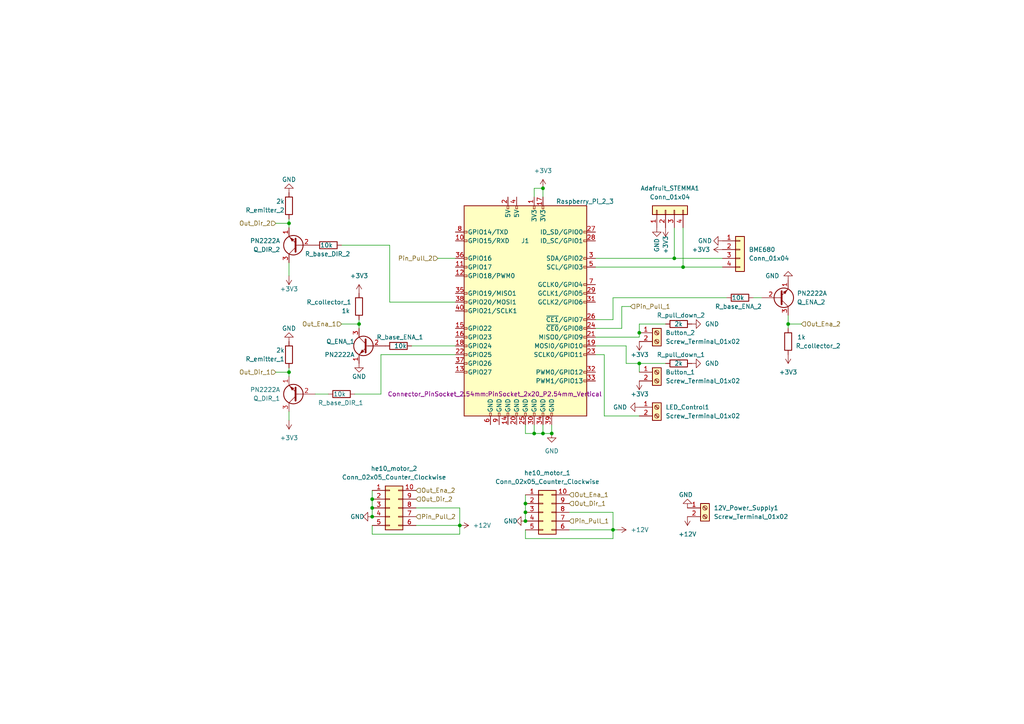
<source format=kicad_sch>
(kicad_sch (version 20211123) (generator eeschema)
  (paper "A4")
  (lib_symbols
    (symbol "Connector:Raspberry_Pi_2_3" (pin_names (offset 1.016))
      (property "Reference" "J" (at -17.78 31.75 0))
      (property "Value" "Raspberry_Pi_2_3" (at 10.16 -31.75 0))
      (symbol "Raspberry_Pi_2_3_0_1"
        (rectangle (start -17.78 30.48) (end 17.78 -30.48) (stroke (width 0.254)) (fill (type background)))
      )
      (symbol "Raspberry_Pi_2_3_1_1"
        (rectangle (start -16.891 -17.526) (end -17.78 -18.034))
        (rectangle (start -16.891 -14.986) (end -17.78 -15.494))
        (rectangle (start -16.891 -12.446) (end -17.78 -12.954))
        (rectangle (start -16.891 -9.906) (end -17.78 -10.414))
        (rectangle (start -16.891 -7.366) (end -17.78 -7.874))
        (rectangle (start -16.891 -4.826) (end -17.78 -5.334))
        (rectangle (start -16.891 0.254) (end -17.78 -0.254))
        (rectangle (start -16.891 2.794) (end -17.78 2.286))
        (rectangle (start -16.891 5.334) (end -17.78 4.826))
        (rectangle (start -16.891 10.414) (end -17.78 9.906))
        (rectangle (start -16.891 12.954) (end -17.78 12.446))
        (rectangle (start -16.891 15.494) (end -17.78 14.986))
        (rectangle (start -16.891 20.574) (end -17.78 20.066))
        (rectangle (start -16.891 23.114) (end -17.78 22.606))
        (rectangle (start -10.414 -29.591) (end -9.906 -30.48))
        (rectangle (start -7.874 -29.591) (end -7.366 -30.48))
        (rectangle (start -5.334 -29.591) (end -4.826 -30.48))
        (rectangle (start -5.334 30.48) (end -4.826 29.591))
        (rectangle (start -2.794 -29.591) (end -2.286 -30.48))
        (rectangle (start -2.794 30.48) (end -2.286 29.591))
        (rectangle (start -0.254 -29.591) (end 0.254 -30.48))
        (rectangle (start 2.286 -29.591) (end 2.794 -30.48))
        (rectangle (start 2.286 30.48) (end 2.794 29.591))
        (rectangle (start 4.826 -29.591) (end 5.334 -30.48))
        (rectangle (start 4.826 30.48) (end 5.334 29.591))
        (rectangle (start 7.366 -29.591) (end 7.874 -30.48))
        (rectangle (start 17.78 -20.066) (end 16.891 -20.574))
        (rectangle (start 17.78 -17.526) (end 16.891 -18.034))
        (rectangle (start 17.78 -12.446) (end 16.891 -12.954))
        (rectangle (start 17.78 -9.906) (end 16.891 -10.414))
        (rectangle (start 17.78 -7.366) (end 16.891 -7.874))
        (rectangle (start 17.78 -4.826) (end 16.891 -5.334))
        (rectangle (start 17.78 -2.286) (end 16.891 -2.794))
        (rectangle (start 17.78 2.794) (end 16.891 2.286))
        (rectangle (start 17.78 5.334) (end 16.891 4.826))
        (rectangle (start 17.78 7.874) (end 16.891 7.366))
        (rectangle (start 17.78 12.954) (end 16.891 12.446))
        (rectangle (start 17.78 15.494) (end 16.891 14.986))
        (rectangle (start 17.78 20.574) (end 16.891 20.066))
        (rectangle (start 17.78 23.114) (end 16.891 22.606))
        (pin power_in line (at 2.54 33.02 270) (length 2.54) (name "3V3") (number "1"))
        (pin bidirectional line (at -20.32 20.32 0) (length 2.54) (name "GPIO15/RXD") (number "10"))
        (pin bidirectional line (at -20.32 12.7 0) (length 2.54) (name "GPIO17") (number "11"))
        (pin bidirectional line (at -20.32 10.16 0) (length 2.54) (name "GPIO18/PWM0") (number "12"))
        (pin bidirectional line (at -20.32 -17.78 0) (length 2.54) (name "GPIO27") (number "13"))
        (pin power_in line (at -5.08 -33.02 90) (length 2.54) (name "GND") (number "14"))
        (pin bidirectional line (at -20.32 -5.08 0) (length 2.54) (name "GPIO22") (number "15"))
        (pin bidirectional line (at -20.32 -7.62 0) (length 2.54) (name "GPIO23") (number "16"))
        (pin power_in line (at 5.08 33.02 270) (length 2.54) (name "3V3") (number "17"))
        (pin bidirectional line (at -20.32 -10.16 0) (length 2.54) (name "GPIO24") (number "18"))
        (pin bidirectional line (at 20.32 -10.16 180) (length 2.54) (name "MOSI0/GPIO10") (number "19"))
        (pin power_in line (at -5.08 33.02 270) (length 2.54) (name "5V") (number "2"))
        (pin power_in line (at -2.54 -33.02 90) (length 2.54) (name "GND") (number "20"))
        (pin bidirectional line (at 20.32 -7.62 180) (length 2.54) (name "MISO0/GPIO9") (number "21"))
        (pin bidirectional line (at -20.32 -12.7 0) (length 2.54) (name "GPIO25") (number "22"))
        (pin bidirectional line (at 20.32 -12.7 180) (length 2.54) (name "SCLK0/GPIO11") (number "23"))
        (pin bidirectional line (at 20.32 -5.08 180) (length 2.54) (name "~{CE0}/GPIO8") (number "24"))
        (pin power_in line (at 0 -33.02 90) (length 2.54) (name "GND") (number "25"))
        (pin bidirectional line (at 20.32 -2.54 180) (length 2.54) (name "~{CE1}/GPIO7") (number "26"))
        (pin bidirectional line (at 20.32 22.86 180) (length 2.54) (name "ID_SD/GPIO0") (number "27"))
        (pin bidirectional line (at 20.32 20.32 180) (length 2.54) (name "ID_SC/GPIO1") (number "28"))
        (pin bidirectional line (at 20.32 5.08 180) (length 2.54) (name "GCLK1/GPIO5") (number "29"))
        (pin bidirectional line (at 20.32 15.24 180) (length 2.54) (name "SDA/GPIO2") (number "3"))
        (pin power_in line (at 2.54 -33.02 90) (length 2.54) (name "GND") (number "30"))
        (pin bidirectional line (at 20.32 2.54 180) (length 2.54) (name "GCLK2/GPIO6") (number "31"))
        (pin bidirectional line (at 20.32 -17.78 180) (length 2.54) (name "PWM0/GPIO12") (number "32"))
        (pin bidirectional line (at 20.32 -20.32 180) (length 2.54) (name "PWM1/GPIO13") (number "33"))
        (pin power_in line (at 5.08 -33.02 90) (length 2.54) (name "GND") (number "34"))
        (pin bidirectional line (at -20.32 5.08 0) (length 2.54) (name "GPIO19/MISO1") (number "35"))
        (pin bidirectional line (at -20.32 15.24 0) (length 2.54) (name "GPIO16") (number "36"))
        (pin bidirectional line (at -20.32 -15.24 0) (length 2.54) (name "GPIO26") (number "37"))
        (pin bidirectional line (at -20.32 2.54 0) (length 2.54) (name "GPIO20/MOSI1") (number "38"))
        (pin power_in line (at 7.62 -33.02 90) (length 2.54) (name "GND") (number "39"))
        (pin power_in line (at -2.54 33.02 270) (length 2.54) (name "5V") (number "4"))
        (pin bidirectional line (at -20.32 0 0) (length 2.54) (name "GPIO21/SCLK1") (number "40"))
        (pin bidirectional line (at 20.32 12.7 180) (length 2.54) (name "SCL/GPIO3") (number "5"))
        (pin power_in line (at -10.16 -33.02 90) (length 2.54) (name "GND") (number "6"))
        (pin bidirectional line (at 20.32 7.62 180) (length 2.54) (name "GCLK0/GPIO4") (number "7"))
        (pin bidirectional line (at -20.32 22.86 0) (length 2.54) (name "GPIO14/TXD") (number "8"))
        (pin power_in line (at -7.62 -33.02 90) (length 2.54) (name "GND") (number "9"))
      )
    )
    (symbol "Connector:Screw_Terminal_01x02" (pin_names (offset 1.016) hide)
      (property "Reference" "J" (at 0 2.54 0))
      (property "Value" "Screw_Terminal_01x02" (at 0 -5.08 0))
      (symbol "Screw_Terminal_01x02_1_1"
        (rectangle (start -1.27 1.27) (end 1.27 -3.81) (stroke (width 0.254)) (fill (type background)))
        (circle (center 0 -2.54) (radius 0.635) (stroke (width 0.1524)))
        (polyline (pts (xy -0.5334 -2.2098) (xy 0.3302 -3.048)) (stroke (width 0.1524)))
        (polyline (pts (xy -0.5334 0.3302) (xy 0.3302 -0.508)) (stroke (width 0.1524)))
        (polyline (pts (xy -0.3556 -2.032) (xy 0.508 -2.8702)) (stroke (width 0.1524)))
        (polyline (pts (xy -0.3556 0.508) (xy 0.508 -0.3302)) (stroke (width 0.1524)))
        (circle (center 0 0) (radius 0.635) (stroke (width 0.1524)))
        (pin passive line (at -5.08 0 0) (length 3.81) (name "Pin_1") (number "1"))
        (pin passive line (at -5.08 -2.54 0) (length 3.81) (name "Pin_2") (number "2"))
      )
    )
    (symbol "Connector_Generic:Conn_01x04" (pin_names (offset 1.016) hide)
      (property "Reference" "J" (at 0 5.08 0))
      (property "Value" "Conn_01x04" (at 0 -7.62 0))
      (symbol "Conn_01x04_1_1"
        (rectangle (start -1.27 -4.953) (end 0 -5.207) (stroke (width 0.1524)))
        (rectangle (start -1.27 -2.413) (end 0 -2.667) (stroke (width 0.1524)))
        (rectangle (start -1.27 0.127) (end 0 -0.127) (stroke (width 0.1524)))
        (rectangle (start -1.27 2.667) (end 0 2.413) (stroke (width 0.1524)))
        (rectangle (start -1.27 3.81) (end 1.27 -6.35) (stroke (width 0.254)) (fill (type background)))
        (pin passive line (at -5.08 2.54 0) (length 3.81) (name "Pin_1") (number "1"))
        (pin passive line (at -5.08 0 0) (length 3.81) (name "Pin_2") (number "2"))
        (pin passive line (at -5.08 -2.54 0) (length 3.81) (name "Pin_3") (number "3"))
        (pin passive line (at -5.08 -5.08 0) (length 3.81) (name "Pin_4") (number "4"))
      )
    )
    (symbol "Connector_Generic:Conn_02x05_Counter_Clockwise" (pin_names (offset 1.016) hide)
      (property "Reference" "J" (at 1.27 7.62 0))
      (property "Value" "Conn_02x05_Counter_Clockwise" (at 1.27 -7.62 0))
      (symbol "Conn_02x05_Counter_Clockwise_1_1"
        (rectangle (start -1.27 -4.953) (end 0 -5.207) (stroke (width 0.1524)))
        (rectangle (start -1.27 -2.413) (end 0 -2.667) (stroke (width 0.1524)))
        (rectangle (start -1.27 0.127) (end 0 -0.127) (stroke (width 0.1524)))
        (rectangle (start -1.27 2.667) (end 0 2.413) (stroke (width 0.1524)))
        (rectangle (start -1.27 5.207) (end 0 4.953) (stroke (width 0.1524)))
        (rectangle (start -1.27 6.35) (end 3.81 -6.35) (stroke (width 0.254)) (fill (type background)))
        (rectangle (start 3.81 -4.953) (end 2.54 -5.207) (stroke (width 0.1524)))
        (rectangle (start 3.81 -2.413) (end 2.54 -2.667) (stroke (width 0.1524)))
        (rectangle (start 3.81 0.127) (end 2.54 -0.127) (stroke (width 0.1524)))
        (rectangle (start 3.81 2.667) (end 2.54 2.413) (stroke (width 0.1524)))
        (rectangle (start 3.81 5.207) (end 2.54 4.953) (stroke (width 0.1524)))
        (pin passive line (at -5.08 5.08 0) (length 3.81) (name "Pin_1") (number "1"))
        (pin passive line (at 7.62 5.08 180) (length 3.81) (name "Pin_10") (number "10"))
        (pin passive line (at -5.08 2.54 0) (length 3.81) (name "Pin_2") (number "2"))
        (pin passive line (at -5.08 0 0) (length 3.81) (name "Pin_3") (number "3"))
        (pin passive line (at -5.08 -2.54 0) (length 3.81) (name "Pin_4") (number "4"))
        (pin passive line (at -5.08 -5.08 0) (length 3.81) (name "Pin_5") (number "5"))
        (pin passive line (at 7.62 -5.08 180) (length 3.81) (name "Pin_6") (number "6"))
        (pin passive line (at 7.62 -2.54 180) (length 3.81) (name "Pin_7") (number "7"))
        (pin passive line (at 7.62 0 180) (length 3.81) (name "Pin_8") (number "8"))
        (pin passive line (at 7.62 2.54 180) (length 3.81) (name "Pin_9") (number "9"))
      )
    )
    (symbol "Device:R" (pin_numbers hide) (pin_names (offset 0))
      (property "Reference" "R" (at 2.032 0 90))
      (property "Value" "R" (at 0 0 90))
      (symbol "R_0_1"
        (rectangle (start -1.016 -2.54) (end 1.016 2.54) (stroke (width 0.254)))
      )
      (symbol "R_1_1"
        (pin passive line (at 0 3.81 270) (length 1.27) (name "~") (number "1"))
        (pin passive line (at 0 -3.81 90) (length 1.27) (name "~") (number "2"))
      )
    )
    (symbol "Transistor_BJT:PN2222A" (pin_names (offset 0) hide)
      (property "Reference" "Q" (at 5.08 1.905 0))
      (property "Value" "PN2222A" (at 5.08 0 0))
      (symbol "PN2222A_0_1"
        (polyline (pts (xy 0 0) (xy 0.635 0)))
        (polyline (pts (xy 2.54 -2.54) (xy 0.635 -0.635)))
        (polyline (pts (xy 2.54 2.54) (xy 0.635 0.635)))
        (polyline (pts (xy 0.635 1.905) (xy 0.635 -1.905) (xy 0.635 -1.905)) (stroke (width 0.508)))
        (polyline (pts (xy 2.413 -2.413) (xy 1.905 -1.905) (xy 1.905 -1.905)))
        (polyline (pts (xy 1.143 -1.651) (xy 1.651 -1.143) (xy 2.159 -2.159) (xy 1.143 -1.651) (xy 1.143 -1.651)) (fill (type outline)))
        (circle (center 1.27 0) (radius 2.8194) (stroke (width 0.254)))
      )
      (symbol "PN2222A_1_1"
        (pin passive line (at 2.54 -5.08 90) (length 2.54) (name "E") (number "1"))
        (pin input line (at -5.08 0 0) (length 5.08) (name "B") (number "2"))
        (pin passive line (at 2.54 5.08 270) (length 2.54) (name "C") (number "3"))
      )
    )
    (symbol "power:+12V" (power) (pin_names (offset 0))
      (property "Value" "+12V" (at 0 3.556 0))
      (symbol "+12V_0_1"
        (polyline (pts (xy -0.762 1.27) (xy 0 2.54)))
        (polyline (pts (xy 0 0) (xy 0 2.54)))
        (polyline (pts (xy 0 2.54) (xy 0.762 1.27)))
      )
      (symbol "+12V_1_1"
        (pin power_in line (at 0 0 90) (length 0) hide (name "+12V") (number "1"))
      )
    )
    (symbol "power:+3.3V" (power) (pin_names (offset 0))
      (property "Value" "+3.3V" (at 0 3.556 0))
      (symbol "+3.3V_0_1"
        (polyline (pts (xy -0.762 1.27) (xy 0 2.54)))
        (polyline (pts (xy 0 0) (xy 0 2.54)))
        (polyline (pts (xy 0 2.54) (xy 0.762 1.27)))
      )
      (symbol "+3.3V_1_1"
        (pin power_in line (at 0 0 90) (length 0) hide (name "+3V3") (number "1"))
      )
    )
    (symbol "power:GND" (power) (pin_names (offset 0))
      (property "Value" "GND" (at 0 -3.81 0))
      (symbol "GND_0_1"
        (polyline (pts (xy 0 0) (xy 0 -1.27) (xy 1.27 -1.27) (xy 0 -2.54) (xy -1.27 -1.27) (xy 0 -1.27)))
      )
      (symbol "GND_1_1"
        (pin power_in line (at 0 0 270) (length 0) hide (name "GND") (number "1"))
      )
    )
  )
  (junction (at 152.4 151.13))
  (junction (at 157.48 54.61))
  (junction (at 104.14 93.98))
  (junction (at 133.35 152.4))
  (junction (at 83.82 64.77))
  (junction (at 157.48 125.73))
  (junction (at 107.95 149.86))
  (junction (at 152.4 148.59))
  (junction (at 195.58 74.93))
  (junction (at 228.6 93.98))
  (junction (at 83.82 107.95))
  (junction (at 185.42 105.41))
  (junction (at 177.8 153.67))
  (junction (at 152.4 146.05))
  (junction (at 160.02 125.73))
  (junction (at 107.95 147.32))
  (junction (at 107.95 144.78))
  (junction (at 198.12 77.47))
  (junction (at 185.42 96.52))
  (junction (at 154.94 125.73))
  (wire (pts (xy 175.26 102.87) (xy 175.26 120.65)))
  (wire (pts (xy 232.41 93.98) (xy 228.6 93.98)))
  (wire (pts (xy 198.12 77.47) (xy 209.55 77.47)))
  (wire (pts (xy 83.82 121.92) (xy 83.82 119.38)))
  (wire (pts (xy 172.72 95.25) (xy 180.34 95.25)))
  (wire (pts (xy 172.72 92.71) (xy 177.8 92.71)))
  (wire (pts (xy 99.06 71.12) (xy 113.03 71.12)))
  (wire (pts (xy 157.48 123.19) (xy 157.48 125.73)))
  (wire (pts (xy 193.04 93.98) (xy 185.42 93.98)))
  (wire (pts (xy 180.34 88.9) (xy 180.34 95.25)))
  (wire (pts (xy 172.72 74.93) (xy 195.58 74.93)))
  (wire (pts (xy 102.87 114.3) (xy 110.49 114.3)))
  (wire (pts (xy 185.42 105.41) (xy 193.04 105.41)))
  (wire (pts (xy 172.72 100.33) (xy 181.61 100.33)))
  (wire (pts (xy 127 74.93) (xy 132.08 74.93)))
  (wire (pts (xy 152.4 156.21) (xy 177.8 156.21)))
  (wire (pts (xy 110.49 102.87) (xy 132.08 102.87)))
  (wire (pts (xy 154.94 54.61) (xy 154.94 57.15)))
  (wire (pts (xy 177.8 92.71) (xy 177.8 86.36)))
  (wire (pts (xy 181.61 100.33) (xy 181.61 105.41)))
  (wire (pts (xy 83.82 64.77) (xy 83.82 66.04)))
  (wire (pts (xy 99.06 93.98) (xy 104.14 93.98)))
  (wire (pts (xy 165.1 153.67) (xy 177.8 153.67)))
  (wire (pts (xy 165.1 148.59) (xy 177.8 148.59)))
  (wire (pts (xy 185.42 93.98) (xy 185.42 96.52)))
  (wire (pts (xy 107.95 147.32) (xy 107.95 149.86)))
  (wire (pts (xy 95.25 114.3) (xy 91.44 114.3)))
  (wire (pts (xy 175.26 120.65) (xy 185.42 120.65)))
  (wire (pts (xy 172.72 102.87) (xy 175.26 102.87)))
  (wire (pts (xy 113.03 71.12) (xy 113.03 87.63)))
  (wire (pts (xy 177.8 86.36) (xy 210.82 86.36)))
  (wire (pts (xy 113.03 87.63) (xy 132.08 87.63)))
  (wire (pts (xy 157.48 57.15) (xy 157.48 54.61)))
  (wire (pts (xy 160.02 123.19) (xy 160.02 125.73)))
  (wire (pts (xy 107.95 154.94) (xy 133.35 154.94)))
  (wire (pts (xy 120.65 147.32) (xy 133.35 147.32)))
  (wire (pts (xy 83.82 106.68) (xy 83.82 107.95)))
  (wire (pts (xy 195.58 74.93) (xy 209.55 74.93)))
  (wire (pts (xy 154.94 123.19) (xy 154.94 125.73)))
  (wire (pts (xy 185.42 97.79) (xy 185.42 96.52)))
  (wire (pts (xy 83.82 76.2) (xy 83.82 80.01)))
  (wire (pts (xy 152.4 123.19) (xy 152.4 125.73)))
  (wire (pts (xy 228.6 93.98) (xy 228.6 91.44)))
  (wire (pts (xy 152.4 148.59) (xy 152.4 151.13)))
  (wire (pts (xy 179.07 153.67) (xy 177.8 153.67)))
  (wire (pts (xy 104.14 92.71) (xy 104.14 93.98)))
  (wire (pts (xy 177.8 156.21) (xy 177.8 153.67)))
  (wire (pts (xy 228.6 95.25) (xy 228.6 93.98)))
  (wire (pts (xy 110.49 114.3) (xy 110.49 102.87)))
  (wire (pts (xy 172.72 77.47) (xy 198.12 77.47)))
  (wire (pts (xy 83.82 63.5) (xy 83.82 64.77)))
  (wire (pts (xy 152.4 146.05) (xy 152.4 148.59)))
  (wire (pts (xy 80.01 64.77) (xy 83.82 64.77)))
  (wire (pts (xy 177.8 148.59) (xy 177.8 153.67)))
  (wire (pts (xy 83.82 107.95) (xy 83.82 109.22)))
  (wire (pts (xy 181.61 105.41) (xy 185.42 105.41)))
  (wire (pts (xy 107.95 142.24) (xy 107.95 144.78)))
  (wire (pts (xy 133.35 154.94) (xy 133.35 152.4)))
  (wire (pts (xy 157.48 125.73) (xy 160.02 125.73)))
  (wire (pts (xy 152.4 143.51) (xy 152.4 146.05)))
  (wire (pts (xy 107.95 144.78) (xy 107.95 147.32)))
  (wire (pts (xy 198.12 66.04) (xy 198.12 77.47)))
  (wire (pts (xy 154.94 54.61) (xy 157.48 54.61)))
  (wire (pts (xy 104.14 93.98) (xy 104.14 95.25)))
  (wire (pts (xy 182.88 88.9) (xy 180.34 88.9)))
  (wire (pts (xy 152.4 125.73) (xy 154.94 125.73)))
  (wire (pts (xy 119.38 100.33) (xy 132.08 100.33)))
  (wire (pts (xy 195.58 66.04) (xy 195.58 74.93)))
  (wire (pts (xy 83.82 107.95) (xy 80.01 107.95)))
  (wire (pts (xy 152.4 153.67) (xy 152.4 156.21)))
  (wire (pts (xy 172.72 97.79) (xy 185.42 97.79)))
  (wire (pts (xy 185.42 107.95) (xy 185.42 105.41)))
  (wire (pts (xy 107.95 152.4) (xy 107.95 154.94)))
  (wire (pts (xy 220.98 86.36) (xy 218.44 86.36)))
  (wire (pts (xy 133.35 152.4) (xy 133.35 147.32)))
  (wire (pts (xy 154.94 125.73) (xy 157.48 125.73)))
  (wire (pts (xy 120.65 152.4) (xy 133.35 152.4)))
  (hierarchical_label "Pin_Pull_2" (shape input) (at 127 74.93 180))
  (hierarchical_label "Out_Ena_1" (shape input) (at 165.1 143.51 0))
  (hierarchical_label "Out_Dir_1" (shape input) (at 165.1 146.05 0))
  (hierarchical_label "Out_Dir_2" (shape input) (at 120.65 144.78 0))
  (hierarchical_label "Pin_Pull_2" (shape input) (at 120.65 149.86 0))
  (hierarchical_label "Out_Ena_1" (shape input) (at 99.06 93.98 180))
  (hierarchical_label "Out_Ena_2" (shape input) (at 120.65 142.24 0))
  (hierarchical_label "Pin_Pull_1" (shape input) (at 182.88 88.9 0))
  (hierarchical_label "Out_Dir_2" (shape input) (at 80.01 64.77 180))
  (hierarchical_label "Out_Ena_2" (shape input) (at 232.41 93.98 0))
  (hierarchical_label "Out_Dir_1" (shape input) (at 80.01 107.95 180))
  (hierarchical_label "Pin_Pull_1" (shape input) (at 165.1 151.13 0))
  (symbol (lib_id "Device:R") (at 196.85 93.98 270) (unit 1)
    (property "Reference" "R_pull_down_2" (at 190.5 91.44 90) (effects (justify left)))
    (property "Value" "2k" (at 195.58 93.98 90) (effects (justify left)))
    (property "Footprint" "Resistor_THT:R_Axial_DIN0207_L6.3mm_D2.5mm_P10.16mm_Horizontal" (effects hide))
  )
  (symbol (lib_id "power:GND") (at 200.66 93.98 90) (unit 1)
    (property "Reference" "#PWR0110" (effects hide))
    (property "Value" "GND" (at 204.47 93.9799 90) (effects (justify right)))
  )
  (symbol (lib_id "Connector_Generic:Conn_02x05_Counter_Clockwise") (at 113.03 147.32 0) (unit 1)
    (property "Reference" "he10_motor_2" (at 114.3 135.89 0))
    (property "Value" "Conn_02x05_Counter_Clockwise" (at 114.3 138.43 0))
    (property "Footprint" "Connector_IDC:IDC-Header_2x05_P2.54mm_Vertical" (effects hide))
  )
  (symbol (lib_id "Device:R") (at 104.14 88.9 0) (unit 1)
    (property "Reference" "R_collector_1" (at 88.9 87.63 0) (effects (justify left)))
    (property "Value" "1k" (at 99.06 90.17 0) (effects (justify left)))
    (property "Footprint" "Resistor_THT:R_Axial_DIN0207_L6.3mm_D2.5mm_P10.16mm_Horizontal" (effects hide))
  )
  (symbol (lib_id "power:+3.3V") (at 193.04 66.04 180) (unit 1)
    (property "Reference" "#PWR0114" (effects hide))
    (property "Value" "+3.3V" (at 193.04 73.66 90) (effects (justify right)))
  )
  (symbol (lib_id "Device:R") (at 99.06 114.3 90) (unit 1)
    (property "Reference" "R_base_DIR_1" (at 105.41 116.84 90) (effects (justify left)))
    (property "Value" "10k" (at 100.33 114.3 90) (effects (justify left)))
    (property "Footprint" "Resistor_THT:R_Axial_DIN0207_L6.3mm_D2.5mm_P10.16mm_Horizontal" (effects hide))
  )
  (symbol (lib_id "power:+12V") (at 199.39 149.86 180) (unit 1)
    (property "Reference" "#PWR0123" (effects hide))
    (property "Value" "+12V" (at 199.39 154.94 0))
  )
  (symbol (lib_id "Device:R") (at 214.63 86.36 90) (unit 1)
    (property "Reference" "R_base_ENA_2" (at 220.98 88.9 90) (effects (justify left)))
    (property "Value" "10k" (at 215.9 86.36 90) (effects (justify left)))
    (property "Footprint" "Resistor_THT:R_Axial_DIN0207_L6.3mm_D2.5mm_P10.16mm_Horizontal" (effects hide))
  )
  (symbol (lib_id "Connector:Raspberry_Pi_2_3") (at 152.4 90.17 0) (unit 1)
    (property "Reference" "J1" (at 151.13 69.85 0) (effects (justify left)))
    (property "Value" "Raspberry_Pi_2_3" (at 161.29 58.42 0) (effects (justify left)))
    (property "Footprint" "Connector_PinSocket_2.54mm:PinSocket_2x20_P2.54mm_Vertical" (at 143.51 114.3 0))
    (property "Datasheet" "https://www.raspberrypi.org/documentation/hardware/raspberrypi/schematics/rpi_SCH_3bplus_1p0_reduced.pdf" (effects hide))
  )
  (symbol (lib_id "power:GND") (at 200.66 105.41 90) (unit 1)
    (property "Reference" "#PWR0111" (effects hide))
    (property "Value" "GND" (at 204.47 105.4099 90) (effects (justify right)))
  )
  (symbol (lib_id "power:GND") (at 190.5 66.04 0) (unit 1)
    (property "Reference" "#PWR0115" (effects hide))
    (property "Value" "GND" (at 190.5 71.12 90))
  )
  (symbol (lib_id "Device:R") (at 228.6 99.06 180) (unit 1)
    (property "Reference" "R_collector_2" (at 243.84 100.33 0) (effects (justify left)))
    (property "Value" "1k" (at 233.68 97.79 0) (effects (justify left)))
    (property "Footprint" "Resistor_THT:R_Axial_DIN0207_L6.3mm_D2.5mm_P10.16mm_Horizontal" (effects hide))
  )
  (symbol (lib_id "power:GND") (at 83.82 99.06 180) (unit 1)
    (property "Reference" "#PWR0120" (effects hide))
    (property "Value" "GND" (at 83.82 95.25 0))
  )
  (symbol (lib_id "Connector:Screw_Terminal_01x02") (at 190.5 118.11 0) (unit 1)
    (property "Reference" "LED_Control1" (at 193.04 118.1099 0) (effects (justify left)))
    (property "Value" "Screw_Terminal_01x02" (at 193.04 120.6499 0) (effects (justify left)))
    (property "Footprint" "TerminalBlock_Phoenix:TerminalBlock_Phoenix_MPT-0,5-2-2.54_1x02_P2.54mm_Horizontal" (effects hide))
  )
  (symbol (lib_id "power:GND") (at 104.14 105.41 0) (unit 1)
    (property "Reference" "#PWR0105" (effects hide))
    (property "Value" "GND" (at 104.14 109.22 0))
  )
  (symbol (lib_id "power:GND") (at 185.42 118.11 270) (unit 1)
    (property "Reference" "#PWR0121" (effects hide))
    (property "Value" "GND" (at 177.8 118.11 90) (effects (justify left)))
  )
  (symbol (lib_id "power:+3.3V") (at 83.82 80.01 180) (unit 1)
    (property "Reference" "#PWR0118" (effects hide))
    (property "Value" "+3.3V" (at 83.82 83.82 0))
  )
  (symbol (lib_id "power:GND") (at 228.6 81.28 180) (unit 1)
    (property "Reference" "#PWR0113" (effects hide))
    (property "Value" "GND" (at 226.06 80.0101 0) (effects (justify left)))
  )
  (symbol (lib_id "Connector:Screw_Terminal_01x02") (at 190.5 107.95 0) (unit 1)
    (property "Reference" "Button_1" (at 193.04 107.9499 0) (effects (justify left)))
    (property "Value" "Screw_Terminal_01x02" (at 193.04 110.4899 0) (effects (justify left)))
    (property "Footprint" "TerminalBlock_Phoenix:TerminalBlock_Phoenix_MPT-0,5-2-2.54_1x02_P2.54mm_Horizontal" (effects hide))
  )
  (symbol (lib_id "Connector:Screw_Terminal_01x02") (at 190.5 96.52 0) (unit 1)
    (property "Reference" "Button_2" (at 193.04 96.5199 0) (effects (justify left)))
    (property "Value" "Screw_Terminal_01x02" (at 193.04 99.0599 0) (effects (justify left)))
    (property "Footprint" "TerminalBlock_Phoenix:TerminalBlock_Phoenix_MPT-0,5-2-2.54_1x02_P2.54mm_Horizontal" (effects hide))
  )
  (symbol (lib_id "Device:R") (at 196.85 105.41 270) (unit 1)
    (property "Reference" "R_pull_down_1" (at 190.5 102.87 90) (effects (justify left)))
    (property "Value" "2k" (at 195.58 105.41 90) (effects (justify left)))
    (property "Footprint" "Resistor_THT:R_Axial_DIN0207_L6.3mm_D2.5mm_P10.16mm_Horizontal" (effects hide))
  )
  (symbol (lib_id "Transistor_BJT:PN2222A") (at 86.36 71.12 180) (unit 1)
    (property "Reference" "Q_DIR_2" (at 81.28 72.3901 0) (effects (justify left)))
    (property "Value" "PN2222A" (at 81.28 69.8501 0) (effects (justify left)))
    (property "Footprint" "Package_TO_SOT_THT:TO-92_Inline" (effects hide))
    (property "Datasheet" "https://www.onsemi.com/pub/Collateral/PN2222-D.PDF" (effects hide))
  )
  (symbol (lib_id "power:GND") (at 83.82 55.88 180) (unit 1)
    (property "Reference" "#PWR0119" (effects hide))
    (property "Value" "GND" (at 83.82 52.07 0))
  )
  (symbol (lib_id "Transistor_BJT:PN2222A") (at 106.68 100.33 0) (mirror y) (unit 1)
    (property "Reference" "Q_ENA_1" (at 102.87 99.06 0) (effects (justify left)))
    (property "Value" "PN2222A" (at 102.87 102.87 0) (effects (justify left)))
    (property "Footprint" "Package_TO_SOT_THT:TO-92_Inline" (effects hide))
    (property "Datasheet" "https://www.onsemi.com/pub/Collateral/PN2222-D.PDF" (effects hide))
  )
  (symbol (lib_id "power:+12V") (at 179.07 153.67 270) (unit 1)
    (property "Reference" "#PWR0124" (effects hide))
    (property "Value" "+12V" (at 182.88 153.6699 90) (effects (justify left)))
  )
  (symbol (lib_id "Connector_Generic:Conn_01x04") (at 193.04 60.96 90) (unit 1)
    (property "Reference" "Adafruit_STEMMA1" (at 194.31 54.61 90))
    (property "Value" "Conn_01x04" (at 194.31 57.15 90))
    (property "Footprint" "Connector:NS-Tech_Grove_1x04_P2mm_Vertical" (effects hide))
  )
  (symbol (lib_id "power:+3.3V") (at 185.42 99.06 180) (unit 1)
    (property "Reference" "#PWR0107" (effects hide))
    (property "Value" "+3.3V" (at 182.88 102.87 0) (effects (justify right)))
  )
  (symbol (lib_id "Transistor_BJT:PN2222A") (at 86.36 114.3 180) (unit 1)
    (property "Reference" "Q_DIR_1" (at 81.28 115.5701 0) (effects (justify left)))
    (property "Value" "PN2222A" (at 81.28 113.0301 0) (effects (justify left)))
    (property "Footprint" "Package_TO_SOT_THT:TO-92_Inline" (effects hide))
    (property "Datasheet" "https://www.onsemi.com/pub/Collateral/PN2222-D.PDF" (effects hide))
  )
  (symbol (lib_id "Connector_Generic:Conn_01x04") (at 214.63 72.39 0) (unit 1)
    (property "Reference" "BME680" (at 217.17 72.3899 0) (effects (justify left)))
    (property "Value" "Conn_01x04" (at 217.17 74.9299 0) (effects (justify left)))
    (property "Footprint" "Connector:NS-Tech_Grove_1x04_P2mm_Vertical" (effects hide))
  )
  (symbol (lib_id "Device:R") (at 83.82 59.69 180) (unit 1)
    (property "Reference" "R_emitter_2" (at 82.55 60.96 0) (effects (justify left)))
    (property "Value" "2k" (at 82.55 58.42 0) (effects (justify left)))
    (property "Footprint" "Resistor_THT:R_Axial_DIN0207_L6.3mm_D2.5mm_P10.16mm_Horizontal" (effects hide))
  )
  (symbol (lib_id "Connector:Screw_Terminal_01x02") (at 204.47 147.32 0) (unit 1)
    (property "Reference" "12V_Power_Supply1" (at 207.01 147.3199 0) (effects (justify left)))
    (property "Value" "Screw_Terminal_01x02" (at 207.01 149.8599 0) (effects (justify left)))
    (property "Footprint" "TerminalBlock_Phoenix:TerminalBlock_Phoenix_MPT-0,5-2-2.54_1x02_P2.54mm_Horizontal" (effects hide))
  )
  (symbol (lib_id "Device:R") (at 95.25 71.12 90) (unit 1)
    (property "Reference" "R_base_DIR_2" (at 101.6 73.66 90) (effects (justify left)))
    (property "Value" "10k" (at 96.52 71.12 90) (effects (justify left)))
    (property "Footprint" "Resistor_THT:R_Axial_DIN0207_L6.3mm_D2.5mm_P10.16mm_Horizontal" (effects hide))
  )
  (symbol (lib_id "power:+12V") (at 133.35 152.4 270) (unit 1)
    (property "Reference" "#PWR0104" (effects hide))
    (property "Value" "+12V" (at 137.16 152.3999 90) (effects (justify left)))
  )
  (symbol (lib_id "power:+3.3V") (at 157.48 54.61 0) (unit 1)
    (property "Reference" "#PWR0102" (effects hide))
    (property "Value" "+3.3V" (at 157.48 49.53 0))
  )
  (symbol (lib_id "Device:R") (at 115.57 100.33 270) (unit 1)
    (property "Reference" "R_base_ENA_1" (at 109.22 97.79 90) (effects (justify left)))
    (property "Value" "10k" (at 114.3 100.33 90) (effects (justify left)))
    (property "Footprint" "Resistor_THT:R_Axial_DIN0207_L6.3mm_D2.5mm_P10.16mm_Horizontal" (effects hide))
  )
  (symbol (lib_id "power:+3.3V") (at 83.82 121.92 180) (unit 1)
    (property "Reference" "#PWR0116" (effects hide))
    (property "Value" "+3.3V" (at 83.82 127 0))
  )
  (symbol (lib_id "power:GND") (at 199.39 147.32 180) (unit 1)
    (property "Reference" "#PWR0125" (effects hide))
    (property "Value" "GND" (at 196.85 143.51 0) (effects (justify right)))
  )
  (symbol (lib_id "power:+3.3V") (at 209.55 72.39 90) (unit 1)
    (property "Reference" "#PWR0108" (effects hide))
    (property "Value" "+3.3V" (at 200.66 72.39 90) (effects (justify right)))
  )
  (symbol (lib_id "power:GND") (at 107.95 149.86 270) (unit 1)
    (property "Reference" "#PWR0106" (effects hide))
    (property "Value" "GND" (at 101.6 149.86 90) (effects (justify left)))
  )
  (symbol (lib_id "Connector_Generic:Conn_02x05_Counter_Clockwise") (at 157.48 148.59 0) (unit 1)
    (property "Reference" "he10_motor_1" (at 158.75 137.16 0))
    (property "Value" "Conn_02x05_Counter_Clockwise" (at 158.75 139.7 0))
    (property "Footprint" "Connector_IDC:IDC-Header_2x05_P2.54mm_Vertical" (effects hide))
  )
  (symbol (lib_id "power:+3.3V") (at 185.42 110.49 180) (unit 1)
    (property "Reference" "#PWR0122" (effects hide))
    (property "Value" "+3.3V" (at 182.88 114.3 0) (effects (justify right)))
  )
  (symbol (lib_id "power:+3.3V") (at 228.6 102.87 180) (unit 1)
    (property "Reference" "#PWR0112" (effects hide))
    (property "Value" "+3.3V" (at 228.6 107.95 0))
  )
  (symbol (lib_id "power:GND") (at 160.02 125.73 0) (unit 1)
    (property "Reference" "#PWR0101" (effects hide))
    (property "Value" "GND" (at 160.02 130.81 0))
  )
  (symbol (lib_id "power:GND") (at 152.4 151.13 270) (unit 1)
    (property "Reference" "#PWR0103" (effects hide))
    (property "Value" "GND" (at 146.05 151.13 90) (effects (justify left)))
  )
  (symbol (lib_id "Device:R") (at 83.82 102.87 180) (unit 1)
    (property "Reference" "R_emitter_1" (at 82.55 104.14 0) (effects (justify left)))
    (property "Value" "2k" (at 82.55 101.6 0) (effects (justify left)))
    (property "Footprint" "Resistor_THT:R_Axial_DIN0207_L6.3mm_D2.5mm_P10.16mm_Horizontal" (effects hide))
  )
  (symbol (lib_id "power:+3.3V") (at 104.14 85.09 0) (unit 1)
    (property "Reference" "#PWR0117" (effects hide))
    (property "Value" "+3.3V" (at 104.14 80.01 0))
  )
  (symbol (lib_id "Transistor_BJT:PN2222A") (at 226.06 86.36 0) (mirror x) (unit 1)
    (property "Reference" "Q_ENA_2" (at 231.14 87.6301 0) (effects (justify left)))
    (property "Value" "PN2222A" (at 231.14 85.0901 0) (effects (justify left)))
    (property "Footprint" "Package_TO_SOT_THT:TO-92_Inline" (effects hide))
    (property "Datasheet" "https://www.onsemi.com/pub/Collateral/PN2222-D.PDF" (effects hide))
  )
  (symbol (lib_id "power:GND") (at 209.55 69.85 270) (unit 1)
    (property "Reference" "#PWR0109" (effects hide))
    (property "Value" "GND" (at 204.47 69.85 90))
  )
)
</source>
